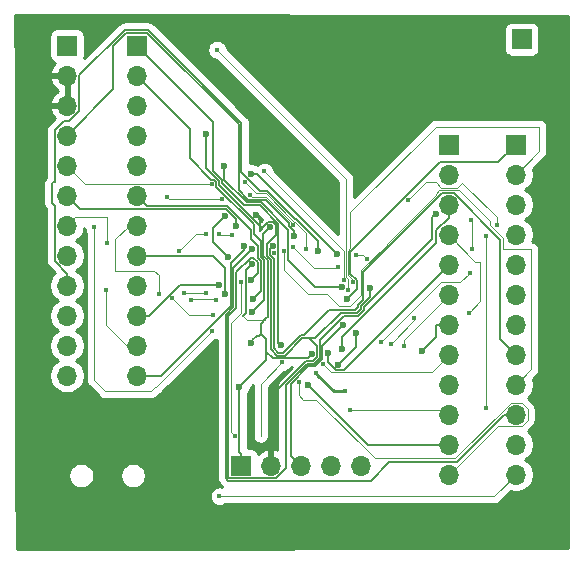
<source format=gbl>
G04 #@! TF.GenerationSoftware,KiCad,Pcbnew,5.1.7-a382d34a8~88~ubuntu18.04.1*
G04 #@! TF.CreationDate,2022-03-10T15:26:47+05:30*
G04 #@! TF.ProjectId,nrf52840_Dev_v1,6e726635-3238-4343-905f-4465765f7631,rev?*
G04 #@! TF.SameCoordinates,Original*
G04 #@! TF.FileFunction,Copper,L2,Bot*
G04 #@! TF.FilePolarity,Positive*
%FSLAX46Y46*%
G04 Gerber Fmt 4.6, Leading zero omitted, Abs format (unit mm)*
G04 Created by KiCad (PCBNEW 5.1.7-a382d34a8~88~ubuntu18.04.1) date 2022-03-10 15:26:47*
%MOMM*%
%LPD*%
G01*
G04 APERTURE LIST*
G04 #@! TA.AperFunction,ComponentPad*
%ADD10R,1.700000X1.700000*%
G04 #@! TD*
G04 #@! TA.AperFunction,ComponentPad*
%ADD11O,1.700000X1.700000*%
G04 #@! TD*
G04 #@! TA.AperFunction,ViaPad*
%ADD12C,0.600000*%
G04 #@! TD*
G04 #@! TA.AperFunction,ViaPad*
%ADD13C,0.400000*%
G04 #@! TD*
G04 #@! TA.AperFunction,Conductor*
%ADD14C,0.150000*%
G04 #@! TD*
G04 #@! TA.AperFunction,Conductor*
%ADD15C,0.080000*%
G04 #@! TD*
G04 #@! TA.AperFunction,Conductor*
%ADD16C,0.250000*%
G04 #@! TD*
G04 #@! TA.AperFunction,Conductor*
%ADD17C,0.254000*%
G04 #@! TD*
G04 #@! TA.AperFunction,Conductor*
%ADD18C,0.100000*%
G04 #@! TD*
G04 APERTURE END LIST*
D10*
X124900000Y-51100000D03*
D11*
X111272000Y-87215600D03*
X108732000Y-87215600D03*
X106192000Y-87215600D03*
X103652000Y-87215600D03*
D10*
X101112000Y-87215600D03*
D11*
X118700000Y-88040000D03*
X118700000Y-85500000D03*
X118700000Y-82960000D03*
X118700000Y-80420000D03*
X118700000Y-77880000D03*
X118700000Y-75340000D03*
X118700000Y-72800000D03*
X118700000Y-70260000D03*
X118700000Y-67720000D03*
X118700000Y-65180000D03*
X118700000Y-62640000D03*
D10*
X118700000Y-60100000D03*
X92300000Y-51650000D03*
D11*
X92300000Y-54190000D03*
X92300000Y-56730000D03*
X92300000Y-59270000D03*
X92300000Y-61810000D03*
X92300000Y-64350000D03*
X92300000Y-66890000D03*
X92300000Y-69430000D03*
X92300000Y-71970000D03*
X92300000Y-74510000D03*
X92300000Y-77050000D03*
X92300000Y-79590000D03*
D10*
X124425000Y-60025000D03*
D11*
X124425000Y-62565000D03*
X124425000Y-65105000D03*
X124425000Y-67645000D03*
X124425000Y-70185000D03*
X124425000Y-72725000D03*
X124425000Y-75265000D03*
X124425000Y-77805000D03*
X124425000Y-80345000D03*
X124425000Y-82885000D03*
X124425000Y-85425000D03*
X124425000Y-87965000D03*
X86400000Y-79590000D03*
X86400000Y-77050000D03*
X86400000Y-74510000D03*
X86400000Y-71970000D03*
X86400000Y-69430000D03*
X86400000Y-66890000D03*
X86400000Y-64350000D03*
X86400000Y-61810000D03*
X86400000Y-59270000D03*
X86400000Y-56730000D03*
X86400000Y-54190000D03*
D10*
X86400000Y-51650000D03*
D12*
X109746800Y-75327500D03*
X101001600Y-80543600D03*
X110851800Y-75944990D03*
X109378095Y-78650021D03*
X103600000Y-67044990D03*
X102047074Y-70121689D03*
X102000000Y-76800000D03*
X107099998Y-77800000D03*
X98206600Y-59097900D03*
X102400000Y-66000000D03*
X112055010Y-72152491D03*
X100038100Y-69543100D03*
X99813100Y-66103100D03*
D13*
X109900000Y-80900000D03*
X107500000Y-79400004D03*
D12*
X101400000Y-68600000D03*
D13*
X100400000Y-67700000D03*
X99300000Y-67600000D03*
X98200000Y-67600000D03*
X95900000Y-69000000D03*
X89700000Y-72300000D03*
D12*
X99259969Y-71903410D03*
D13*
X96300000Y-72600000D03*
X98200000Y-72600000D03*
D12*
X99806538Y-72705282D03*
D13*
X94200000Y-72698673D03*
X96900000Y-73220010D03*
X99000000Y-73200000D03*
D12*
X102155010Y-73111776D03*
X99728300Y-61810000D03*
X109675549Y-72079997D03*
D13*
X103100000Y-62300000D03*
X109872173Y-71534331D03*
X98700000Y-75800000D03*
X88700000Y-67000000D03*
D12*
X102055010Y-74181798D03*
X104500000Y-77000014D03*
D13*
X104600000Y-78470022D03*
X106020405Y-80122014D03*
D12*
X106800000Y-80400000D03*
D13*
X110400000Y-82500000D03*
X108104601Y-78621432D03*
D12*
X116488200Y-77507800D03*
D13*
X114900000Y-77100000D03*
D12*
X108470034Y-77655045D03*
D13*
X113800000Y-76900000D03*
X115800000Y-74700000D03*
X120400000Y-74261400D03*
D12*
X109700000Y-77300000D03*
D13*
X113000000Y-76755000D03*
X120500000Y-70900000D03*
X120700000Y-68900000D03*
X120600000Y-66400000D03*
D12*
X117615300Y-65870900D03*
X102015299Y-71491721D03*
D13*
X101100000Y-71645000D03*
X100646600Y-84700000D03*
X99300000Y-89800000D03*
X109382366Y-70364300D03*
X110900000Y-69400000D03*
X111801023Y-69701023D03*
X122800000Y-66800000D03*
X121900000Y-67800000D03*
X121900000Y-82300000D03*
X105555010Y-68734641D03*
X115299990Y-64700000D03*
D12*
X102099956Y-68902005D03*
D13*
X103944990Y-69200000D03*
X104775011Y-69000000D03*
D12*
X103844990Y-68600000D03*
D13*
X110600000Y-71700000D03*
D12*
X110100000Y-73100000D03*
D13*
X99100000Y-52000000D03*
X110199582Y-72328600D03*
X95318673Y-73018673D03*
X98776530Y-74433024D03*
D12*
X107625066Y-69062802D03*
X109242400Y-69265800D03*
X102001292Y-62532408D03*
D13*
X99500000Y-64600000D03*
X94900000Y-64500000D03*
X89800000Y-68400000D03*
X101886986Y-64286985D03*
X105565741Y-66859415D03*
D12*
X100700000Y-66900000D03*
D13*
X101500000Y-63200000D03*
X98683019Y-63344990D03*
X106655044Y-68895931D03*
D12*
X105585021Y-67764618D03*
D14*
X108015023Y-78208949D02*
X107418917Y-78805055D01*
X109746800Y-75327500D02*
X108015023Y-77059277D01*
X107418917Y-78805055D02*
X106818917Y-78805055D01*
X105342001Y-86365601D02*
X106192000Y-87215600D01*
X108015023Y-77059277D02*
X108015023Y-78208949D01*
X106818917Y-78805055D02*
X105342001Y-80281969D01*
X105342001Y-80281969D02*
X105342001Y-86365601D01*
X103275000Y-77566900D02*
X103275000Y-76504300D01*
X101001600Y-80543600D02*
X103275000Y-78270200D01*
X103275000Y-78270200D02*
X103275000Y-77566900D01*
X101112000Y-87215600D02*
X101112000Y-86190300D01*
X101112000Y-86190300D02*
X101001600Y-86079900D01*
X101001600Y-86079900D02*
X101001600Y-80543600D01*
X110851800Y-77176316D02*
X109378095Y-78650021D01*
X110851800Y-75944990D02*
X110851800Y-77176316D01*
X103275000Y-74736500D02*
X103155750Y-74855750D01*
D15*
X101275045Y-74524955D02*
X101605840Y-74855750D01*
X101605840Y-74855750D02*
X103155750Y-74855750D01*
D14*
X101275045Y-74524955D02*
X101525042Y-74274958D01*
X101525042Y-74274958D02*
X101525042Y-70643721D01*
X101525042Y-70643721D02*
X102047074Y-70121689D01*
X102800000Y-75211500D02*
X103275000Y-74736500D01*
X103275000Y-76504300D02*
X102800000Y-76029300D01*
X102800000Y-76029300D02*
X102800000Y-75211500D01*
X102100000Y-76700000D02*
X102000000Y-76800000D01*
X102500000Y-76200000D02*
X102100000Y-76600000D01*
X102100000Y-76600000D02*
X102100000Y-76700000D01*
X102629300Y-76200000D02*
X102800000Y-76029300D01*
X102500000Y-76200000D02*
X102629300Y-76200000D01*
X106784976Y-78115022D02*
X107099998Y-77800000D01*
X103823122Y-78115022D02*
X106784976Y-78115022D01*
X103275000Y-77566900D02*
X103823122Y-78115022D01*
X103275000Y-74736500D02*
X103400000Y-74611500D01*
X103400000Y-74611500D02*
X103400000Y-69830980D01*
X103014988Y-67630002D02*
X103600000Y-67044990D01*
X103014988Y-69445968D02*
X103014988Y-67630002D01*
X103400000Y-69830980D02*
X103014988Y-69445968D01*
X86400000Y-54190000D02*
X86400000Y-56730000D01*
X99268031Y-63079316D02*
X99268031Y-63442747D01*
X99268031Y-63442747D02*
X102902100Y-67076816D01*
X98206600Y-62017885D02*
X99268031Y-63079316D01*
X102902100Y-67076816D02*
X102902100Y-67163300D01*
X98206600Y-59097900D02*
X98206600Y-62017885D01*
X102902100Y-67163300D02*
X102742800Y-67322600D01*
X102742800Y-66342800D02*
X102400000Y-66000000D01*
X102742800Y-67322600D02*
X102742800Y-66342800D01*
X107555003Y-77105403D02*
X106862000Y-76412400D01*
X106628369Y-78345033D02*
X107228371Y-78345033D01*
X103652000Y-87215600D02*
X103652000Y-81321402D01*
X103652000Y-81321402D02*
X106628369Y-78345033D01*
X107228371Y-78345033D02*
X107555003Y-78018402D01*
X107555003Y-78018402D02*
X107555003Y-77105403D01*
X103359978Y-68411608D02*
X103359978Y-69465674D01*
X106328591Y-76398007D02*
X106847607Y-76398007D01*
X106847607Y-76398007D02*
X106862000Y-76412400D01*
X103381598Y-66589988D02*
X103818402Y-66589988D01*
X102902100Y-67163300D02*
X102902100Y-67069486D01*
X104055002Y-67716584D02*
X103359978Y-68411608D01*
X103359978Y-69465674D02*
X103669989Y-69775685D01*
X103669989Y-69775685D02*
X103669989Y-77368675D01*
X103669989Y-77368675D02*
X104186325Y-77885011D01*
X104841587Y-77885011D02*
X106328591Y-76398007D01*
X103818402Y-66589988D02*
X104055002Y-66826588D01*
X104055002Y-66826588D02*
X104055002Y-67716584D01*
X104186325Y-77885011D02*
X104841587Y-77885011D01*
X102902100Y-67069486D02*
X103381598Y-66589988D01*
X109563688Y-74285012D02*
X110913674Y-74285012D01*
X110913674Y-74285012D02*
X111285012Y-73913674D01*
X107436300Y-76412400D02*
X109563688Y-74285012D01*
X112055010Y-72938638D02*
X112055010Y-72152491D01*
X111285012Y-73913674D02*
X111285012Y-73708636D01*
X111285012Y-73708636D02*
X112055010Y-72938638D01*
X106862000Y-76412400D02*
X107436300Y-76412400D01*
X98800000Y-67116200D02*
X99813100Y-66103100D01*
X100038100Y-69543100D02*
X98800000Y-68305000D01*
X98800000Y-68305000D02*
X98800000Y-67116200D01*
D16*
X109900000Y-80900000D02*
X108999996Y-80900000D01*
X108999996Y-80900000D02*
X107600000Y-79500004D01*
D14*
X100261539Y-70062725D02*
X101400000Y-68924264D01*
X94359588Y-79590000D02*
X100261539Y-73688049D01*
X101400000Y-68924264D02*
X101400000Y-68600000D01*
X100261539Y-73688049D02*
X100261539Y-70062725D01*
X92300000Y-79590000D02*
X94359588Y-79590000D01*
D15*
X100400000Y-67700000D02*
X99400000Y-67700000D01*
X99400000Y-67700000D02*
X99300000Y-67600000D01*
X98200000Y-67600000D02*
X97300000Y-67600000D01*
X97300000Y-67600000D02*
X95900000Y-69000000D01*
X89700000Y-72300000D02*
X89700000Y-75300000D01*
X91450000Y-77050000D02*
X92300000Y-77050000D01*
X89700000Y-75300000D02*
X91450000Y-77050000D01*
D14*
X93325300Y-74510000D02*
X95931890Y-71903410D01*
X95931890Y-71903410D02*
X99259969Y-71903410D01*
X92300000Y-74510000D02*
X93325300Y-74510000D01*
D15*
X97700000Y-72600000D02*
X98200000Y-72600000D01*
X96300000Y-72600000D02*
X97700000Y-72600000D01*
D14*
X99806538Y-70506538D02*
X99806538Y-72705282D01*
X92300000Y-69430000D02*
X98730000Y-69430000D01*
X98730000Y-69430000D02*
X99806538Y-70506538D01*
D15*
X97200000Y-73100000D02*
X97100000Y-73100000D01*
X94200000Y-72698673D02*
X94200000Y-71100000D01*
X94200000Y-71100000D02*
X93800000Y-70700000D01*
X93800000Y-70700000D02*
X90500000Y-70700000D01*
X90500000Y-70700000D02*
X90500000Y-68000000D01*
X91610000Y-66890000D02*
X92300000Y-66890000D01*
X90500000Y-68000000D02*
X91610000Y-66890000D01*
X97020010Y-73100000D02*
X96900000Y-73220010D01*
X97200000Y-73100000D02*
X97020010Y-73100000D01*
X98900000Y-73100000D02*
X99000000Y-73200000D01*
X97200000Y-73100000D02*
X98900000Y-73100000D01*
D14*
X102823600Y-72443186D02*
X102155010Y-73111776D01*
X102823600Y-69917082D02*
X102823600Y-72443186D01*
X102554966Y-68585702D02*
X102554966Y-69648448D01*
X93149999Y-65199999D02*
X99944299Y-65199999D01*
X102554966Y-69648448D02*
X102823600Y-69917082D01*
X99944299Y-65199999D02*
X101975240Y-67230940D01*
X101975240Y-68005976D02*
X102554966Y-68585702D01*
X101975240Y-67230940D02*
X101975240Y-68005976D01*
X92300000Y-64350000D02*
X93149999Y-65199999D01*
X105130011Y-69830011D02*
X107379997Y-72079997D01*
X105130011Y-67251029D02*
X105130011Y-69830011D01*
X101647476Y-64914988D02*
X102793971Y-64914989D01*
X99728300Y-61810000D02*
X99728300Y-62995812D01*
X107379997Y-72079997D02*
X109675549Y-72079997D01*
X102793971Y-64914989D02*
X105130011Y-67251029D01*
X99728300Y-62995812D02*
X101647476Y-64914988D01*
D15*
X103100000Y-62300000D02*
X109872173Y-69072173D01*
X109872173Y-69072173D02*
X109872173Y-71534331D01*
X93939999Y-80560001D02*
X93839999Y-80560001D01*
X98700000Y-75800000D02*
X93939999Y-80560001D01*
X93839999Y-80560001D02*
X93500000Y-80900000D01*
X93500000Y-80900000D02*
X91100000Y-80900000D01*
X91100000Y-80900000D02*
X89600000Y-80900000D01*
X89600000Y-80900000D02*
X88700000Y-80000000D01*
X88700000Y-80000000D02*
X88700000Y-67000000D01*
D14*
X103073900Y-73162908D02*
X102055010Y-74181798D01*
X96819600Y-58709600D02*
X96819600Y-61194196D01*
X102205251Y-67613808D02*
X102784977Y-68193534D01*
X92300000Y-54190000D02*
X96819600Y-58709600D01*
X102784977Y-68193534D02*
X102784977Y-69541241D01*
X98615393Y-62989989D02*
X98853420Y-62989989D01*
X99038020Y-63174589D02*
X99038020Y-63611422D01*
X103073900Y-69830164D02*
X103073900Y-73162908D01*
X98853420Y-62989989D02*
X99038020Y-63174589D01*
X102784977Y-69541241D02*
X103073900Y-69830164D01*
X96819600Y-61194196D02*
X98615393Y-62989989D01*
X99038020Y-63611422D02*
X102205251Y-66778653D01*
X102205251Y-66778653D02*
X102205251Y-67613808D01*
X104300000Y-76800014D02*
X104500000Y-77000014D01*
X101378612Y-65144999D02*
X102698697Y-65144999D01*
X98777100Y-62263101D02*
X99498042Y-62984043D01*
X98777100Y-58127100D02*
X98777100Y-62263101D01*
X99498042Y-62984043D02*
X99498042Y-63264429D01*
X92300000Y-51650000D02*
X98777100Y-58127100D01*
X104300000Y-66746302D02*
X104300000Y-76800014D01*
X102698697Y-65144999D02*
X104300000Y-66746302D01*
X99498042Y-63264429D02*
X101378612Y-65144999D01*
D15*
X104600000Y-78470022D02*
X102800000Y-80270022D01*
X102800000Y-80270022D02*
X102800000Y-84700000D01*
X118700000Y-88040000D02*
X122884999Y-83855001D01*
X125395001Y-82419399D02*
X124890601Y-81914999D01*
X106020405Y-81242009D02*
X106020405Y-80122014D01*
X124890601Y-83855001D02*
X125395001Y-83350601D01*
X119274398Y-86600000D02*
X112498391Y-86600000D01*
X124890601Y-81914999D02*
X123959399Y-81914999D01*
X106398398Y-81620002D02*
X106020405Y-81242009D01*
X125395001Y-83350601D02*
X125395001Y-82419399D01*
X123959399Y-81914999D02*
X119274398Y-86600000D01*
X112498391Y-86600000D02*
X107518393Y-81620002D01*
X107518393Y-81620002D02*
X106398398Y-81620002D01*
X122884999Y-83855001D02*
X124890601Y-83855001D01*
D14*
X111900000Y-85500000D02*
X106800000Y-80400000D01*
X118700000Y-85500000D02*
X111900000Y-85500000D01*
D15*
X118240000Y-82500000D02*
X118700000Y-82960000D01*
X110400000Y-82500000D02*
X118240000Y-82500000D01*
X108783202Y-79300033D02*
X108104601Y-78621432D01*
X117279967Y-79300033D02*
X108783202Y-79300033D01*
X118700000Y-77880000D02*
X117279967Y-79300033D01*
D14*
X117674700Y-75340000D02*
X117674700Y-76321300D01*
X117674700Y-76321300D02*
X116488200Y-77507800D01*
X118700000Y-75340000D02*
X117674700Y-75340000D01*
D15*
X114900000Y-76600000D02*
X118700000Y-72800000D01*
X114900000Y-77100000D02*
X114900000Y-76600000D01*
D14*
X118700000Y-70260000D02*
X109854978Y-79105022D01*
X108470034Y-78394298D02*
X108470034Y-77655045D01*
X109180758Y-79105022D02*
X108470034Y-78394298D01*
X109854978Y-79105022D02*
X109180758Y-79105022D01*
D15*
X113800000Y-76900000D02*
X115800000Y-74900000D01*
X115800000Y-74900000D02*
X115800000Y-74700000D01*
X121400000Y-70000000D02*
X120980000Y-70000000D01*
X120980000Y-70000000D02*
X118700000Y-67720000D01*
X120400000Y-74261400D02*
X121400000Y-73261400D01*
X121400000Y-73261400D02*
X121400000Y-70000000D01*
D14*
X118700000Y-65180000D02*
X118700000Y-66267300D01*
X118700000Y-66267300D02*
X117674600Y-67292700D01*
X109700000Y-76354000D02*
X109700000Y-77300000D01*
X117674600Y-68379400D02*
X109700000Y-76354000D01*
X117674600Y-67292700D02*
X117674600Y-68379400D01*
D15*
X113000000Y-76755000D02*
X118055000Y-71700000D01*
X118055000Y-71700000D02*
X119700000Y-71700000D01*
X119700000Y-71700000D02*
X120500000Y-70900000D01*
X120700000Y-68900000D02*
X120700000Y-66500000D01*
X120700000Y-66500000D02*
X120600000Y-66400000D01*
D14*
X102573300Y-69992066D02*
X102573300Y-70933720D01*
X102170282Y-69589048D02*
X102573300Y-69992066D01*
X106723644Y-78575044D02*
X104922000Y-80376686D01*
X117315301Y-68003631D02*
X111515023Y-73803909D01*
X104922000Y-80376686D02*
X104922000Y-87395800D01*
X111008947Y-74515023D02*
X109876277Y-74515023D01*
X100070900Y-88181500D02*
X100070900Y-74529256D01*
X107785013Y-78113675D02*
X107323644Y-78575044D01*
X111515023Y-73803909D02*
X111515023Y-74008947D01*
X107323644Y-78575044D02*
X106723644Y-78575044D01*
X104076800Y-88241000D02*
X100130400Y-88241000D01*
X100721560Y-70803724D02*
X101936236Y-69589048D01*
X100070900Y-74529256D02*
X100721560Y-73878596D01*
X102573300Y-70933720D02*
X102015299Y-71491721D01*
X111515023Y-74008947D02*
X111008947Y-74515023D01*
X109876277Y-74515023D02*
X107785013Y-76606287D01*
X100721560Y-73878596D02*
X100721560Y-70803724D01*
X101936236Y-69589048D02*
X102170282Y-69589048D01*
X100130400Y-88241000D02*
X100070900Y-88181500D01*
X117615300Y-65870900D02*
X117315301Y-66170899D01*
X104922000Y-87395800D02*
X104076800Y-88241000D01*
X107785013Y-76606287D02*
X107785013Y-78113675D01*
X117315301Y-66170899D02*
X117315301Y-68003631D01*
D15*
X101100000Y-71645000D02*
X101100000Y-74300000D01*
X101100000Y-74300000D02*
X100300000Y-75100000D01*
X100300000Y-75100000D02*
X100300000Y-77100000D01*
X100300000Y-77100000D02*
X100300000Y-84353400D01*
X100300000Y-84353400D02*
X100646600Y-84700000D01*
X122590000Y-89800000D02*
X124425000Y-87965000D01*
X99300000Y-89800000D02*
X122590000Y-89800000D01*
X110900000Y-69400000D02*
X111500000Y-69400000D01*
X111500000Y-69400000D02*
X111801023Y-69701023D01*
X121900000Y-67800000D02*
X121900000Y-82300000D01*
X107320369Y-70500000D02*
X105755009Y-68934640D01*
X109300000Y-70500000D02*
X107320369Y-70500000D01*
X105755009Y-68934640D02*
X105555010Y-68734641D01*
X116799990Y-63200000D02*
X115299990Y-64700000D01*
X122800000Y-66200000D02*
X119850000Y-63250000D01*
X119850000Y-63250000D02*
X119400000Y-63700000D01*
X119400000Y-63700000D02*
X118100000Y-63700000D01*
X122800000Y-66800000D02*
X122800000Y-66200000D01*
X118100000Y-63700000D02*
X117600000Y-63200000D01*
X117600000Y-63200000D02*
X116799990Y-63200000D01*
D14*
X119384700Y-86900000D02*
X113700000Y-86900000D01*
X100024900Y-88497100D02*
X99818100Y-88290300D01*
X112102900Y-88497100D02*
X100024900Y-88497100D01*
X99818100Y-88290300D02*
X99818100Y-74456772D01*
X99818100Y-74456772D02*
X100491549Y-73783323D01*
X113700000Y-86900000D02*
X112102900Y-88497100D01*
X100491549Y-70510412D02*
X102099956Y-68902005D01*
X124425000Y-82885000D02*
X123399700Y-82885000D01*
X123399700Y-82885000D02*
X119384700Y-86900000D01*
X100491549Y-73783323D02*
X100491549Y-70510412D01*
D15*
X104775011Y-69000000D02*
X104775011Y-70675011D01*
X104775011Y-70675011D02*
X106800000Y-72700000D01*
X107000000Y-72700000D02*
X107100000Y-72700000D01*
X106800000Y-72700000D02*
X107000000Y-72700000D01*
X125700000Y-79070000D02*
X124425000Y-80345000D01*
X125700000Y-68900000D02*
X125700000Y-79070000D01*
X111300000Y-70675648D02*
X113475648Y-68500000D01*
X108400000Y-72700000D02*
X109400000Y-73700000D01*
X110400000Y-73700000D02*
X111300000Y-72800000D01*
X107000000Y-72700000D02*
X108400000Y-72700000D01*
X113475648Y-68500000D02*
X113475648Y-68424352D01*
X117600000Y-64300000D02*
X117600000Y-64200000D01*
X113475648Y-68424352D02*
X117600000Y-64300000D01*
X117900000Y-63900000D02*
X119600000Y-63900000D01*
X123300000Y-67900000D02*
X123300000Y-68900000D01*
X119600000Y-63900000D02*
X122200000Y-66500000D01*
X122200000Y-66500000D02*
X122200000Y-66800000D01*
X109400000Y-73700000D02*
X110400000Y-73700000D01*
X111300000Y-72800000D02*
X111300000Y-70675648D01*
X122200000Y-66800000D02*
X123300000Y-67900000D01*
X117600000Y-64200000D02*
X117900000Y-63900000D01*
X123300000Y-68900000D02*
X125700000Y-68900000D01*
D14*
X103589989Y-68855001D02*
X103844990Y-68600000D01*
X103589989Y-69370401D02*
X103589989Y-68855001D01*
X103900000Y-69680412D02*
X103589989Y-69370401D01*
X123100000Y-76480000D02*
X123100000Y-68100300D01*
X118184200Y-64151600D02*
X111500000Y-70835800D01*
X104281598Y-77655000D02*
X103900000Y-77273402D01*
X123100000Y-68100300D02*
X119151300Y-64151600D01*
X124425000Y-77805000D02*
X123100000Y-76480000D01*
X119151300Y-64151600D02*
X118184200Y-64151600D01*
X103900000Y-77273402D02*
X103900000Y-69680412D01*
X111500000Y-70835800D02*
X111500000Y-73168364D01*
X106181436Y-76167996D02*
X104694432Y-77655000D01*
X111500000Y-73168364D02*
X111055001Y-73613363D01*
X104694432Y-77655000D02*
X104281598Y-77655000D01*
X111055001Y-73613363D02*
X111055001Y-73818401D01*
X111055001Y-73818401D02*
X110818401Y-74055001D01*
X110818401Y-74055001D02*
X108544999Y-74055001D01*
X106432004Y-76167996D02*
X106181436Y-76167996D01*
X108544999Y-74055001D02*
X106432004Y-76167996D01*
D15*
X126400000Y-60590000D02*
X126400000Y-58500000D01*
X126400000Y-58500000D02*
X117600000Y-58500000D01*
X110400000Y-65700000D02*
X110400000Y-68824213D01*
X110600000Y-71450385D02*
X110600000Y-71700000D01*
X110193416Y-71043801D02*
X110600000Y-71450385D01*
X110193416Y-69030797D02*
X110193416Y-71043801D01*
X110400000Y-68824213D02*
X110193416Y-69030797D01*
X117600000Y-58500000D02*
X110400000Y-65700000D01*
X124425000Y-62565000D02*
X126400000Y-60590000D01*
D14*
X110955001Y-72244999D02*
X110100000Y-73100000D01*
X110388427Y-69111573D02*
X110388427Y-70963025D01*
X124425000Y-60025000D02*
X122918300Y-61531700D01*
X110388427Y-70963025D02*
X110955001Y-71529599D01*
X110955001Y-71529599D02*
X110955001Y-72244999D01*
X114944988Y-64555012D02*
X110388427Y-69111573D01*
X122918300Y-61531700D02*
X117942886Y-61531700D01*
X114944988Y-64529598D02*
X114944988Y-64555012D01*
X117942886Y-61531700D02*
X114944988Y-64529598D01*
D15*
X110033405Y-62933405D02*
X110033405Y-71221959D01*
X99100000Y-52000000D02*
X110033405Y-62933405D01*
X110033405Y-71221959D02*
X110199582Y-71388136D01*
X110199582Y-71388136D02*
X110199582Y-72328600D01*
X96733024Y-74433024D02*
X98776530Y-74433024D01*
X95318673Y-73018673D02*
X96733024Y-74433024D01*
D14*
X85347300Y-69892000D02*
X85347300Y-65201600D01*
X85347300Y-65201600D02*
X85097000Y-64951300D01*
X102760350Y-63934948D02*
X103320882Y-63934948D01*
X86400000Y-70944700D02*
X85347300Y-69892000D01*
X85097000Y-64951300D02*
X85097000Y-63362200D01*
X85347300Y-58781100D02*
X86134000Y-57994400D01*
X85347300Y-63215600D02*
X85347300Y-58781100D01*
X107625066Y-68173663D02*
X107625066Y-69062802D01*
X103320882Y-63934948D02*
X105732493Y-66346559D01*
X86577000Y-58067600D02*
X86577100Y-58067600D01*
X101171400Y-62345998D02*
X102760350Y-63934948D01*
X105732493Y-66346559D02*
X105797962Y-66346559D01*
X86134000Y-57994400D02*
X86503800Y-57994400D01*
X105797962Y-66346559D02*
X107625066Y-68173663D01*
X85097000Y-63362200D02*
X85243600Y-63215600D01*
X91271100Y-50306900D02*
X93284600Y-50306900D01*
X86503800Y-57994400D02*
X86577000Y-58067600D01*
X86400000Y-71970000D02*
X86400000Y-70944700D01*
X87425300Y-54152700D02*
X91271100Y-50306900D01*
X87425300Y-57219400D02*
X87425300Y-54152700D01*
X101171400Y-58193700D02*
X101171400Y-62345998D01*
X93284600Y-50306900D02*
X101171400Y-58193700D01*
X85243600Y-63215600D02*
X85347300Y-63215600D01*
X86577100Y-58067600D02*
X87425300Y-57219400D01*
X109242400Y-69265800D02*
X102509008Y-62532408D01*
X102509008Y-62532408D02*
X102001292Y-62532408D01*
D15*
X99500000Y-64600000D02*
X95000000Y-64600000D01*
X95000000Y-64600000D02*
X94900000Y-64500000D01*
X89800000Y-68400000D02*
X89800000Y-66200000D01*
X87090000Y-66200000D02*
X86400000Y-66890000D01*
X89800000Y-66200000D02*
X87090000Y-66200000D01*
X101886986Y-64286985D02*
X102086985Y-64486984D01*
X102086985Y-64486984D02*
X103286739Y-64486984D01*
X105565741Y-66765986D02*
X105565741Y-66859415D01*
X103286739Y-64486984D02*
X105565741Y-66765986D01*
D14*
X100700000Y-66309700D02*
X100700000Y-66900000D01*
X86400000Y-64350000D02*
X87490000Y-65440000D01*
X99830300Y-65440000D02*
X100700000Y-66309700D01*
X87490000Y-65440000D02*
X99830300Y-65440000D01*
D15*
X86400000Y-61810000D02*
X87934990Y-63344990D01*
X87934990Y-63344990D02*
X98683019Y-63344990D01*
X103240106Y-64129959D02*
X105651717Y-66541570D01*
X105717186Y-66541570D02*
X106655044Y-67479428D01*
X106655044Y-67479428D02*
X106655044Y-68895931D01*
X105651717Y-66541570D02*
X105717186Y-66541570D01*
X102429958Y-64129958D02*
X103240106Y-64129959D01*
X101500000Y-63200000D02*
X102429958Y-64129958D01*
D14*
X86400000Y-59270000D02*
X90314600Y-55355400D01*
X90314600Y-55355400D02*
X90314600Y-51667800D01*
X90314600Y-51667800D02*
X91405100Y-50577300D01*
X100921100Y-58320400D02*
X100921100Y-63845364D01*
X101760713Y-64684977D02*
X103208948Y-64684978D01*
X103208948Y-64684978D02*
X105160022Y-66636052D01*
X105160022Y-66955756D02*
X105585021Y-67380755D01*
X105585021Y-67380755D02*
X105585021Y-67764618D01*
X93178000Y-50577300D02*
X100921100Y-58320400D01*
X91405100Y-50577300D02*
X93178000Y-50577300D01*
X105160022Y-66636052D02*
X105160022Y-66955756D01*
X100921100Y-63845364D02*
X101760713Y-64684977D01*
D17*
X128773000Y-49126730D02*
X128773000Y-94173270D01*
X82126721Y-94272729D01*
X82112810Y-87943137D01*
X86515000Y-87943137D01*
X86515000Y-88156863D01*
X86556696Y-88366483D01*
X86638485Y-88563940D01*
X86757225Y-88741647D01*
X86908353Y-88892775D01*
X87086060Y-89011515D01*
X87283517Y-89093304D01*
X87493137Y-89135000D01*
X87706863Y-89135000D01*
X87916483Y-89093304D01*
X88113940Y-89011515D01*
X88291647Y-88892775D01*
X88442775Y-88741647D01*
X88561515Y-88563940D01*
X88643304Y-88366483D01*
X88685000Y-88156863D01*
X88685000Y-87943137D01*
X90915000Y-87943137D01*
X90915000Y-88156863D01*
X90956696Y-88366483D01*
X91038485Y-88563940D01*
X91157225Y-88741647D01*
X91308353Y-88892775D01*
X91486060Y-89011515D01*
X91683517Y-89093304D01*
X91893137Y-89135000D01*
X92106863Y-89135000D01*
X92316483Y-89093304D01*
X92513940Y-89011515D01*
X92691647Y-88892775D01*
X92842775Y-88741647D01*
X92961515Y-88563940D01*
X93043304Y-88366483D01*
X93085000Y-88156863D01*
X93085000Y-87943137D01*
X93043304Y-87733517D01*
X92961515Y-87536060D01*
X92842775Y-87358353D01*
X92691647Y-87207225D01*
X92513940Y-87088485D01*
X92316483Y-87006696D01*
X92106863Y-86965000D01*
X91893137Y-86965000D01*
X91683517Y-87006696D01*
X91486060Y-87088485D01*
X91308353Y-87207225D01*
X91157225Y-87358353D01*
X91038485Y-87536060D01*
X90956696Y-87733517D01*
X90915000Y-87943137D01*
X88685000Y-87943137D01*
X88643304Y-87733517D01*
X88561515Y-87536060D01*
X88442775Y-87358353D01*
X88291647Y-87207225D01*
X88113940Y-87088485D01*
X87916483Y-87006696D01*
X87706863Y-86965000D01*
X87493137Y-86965000D01*
X87283517Y-87006696D01*
X87086060Y-87088485D01*
X86908353Y-87207225D01*
X86757225Y-87358353D01*
X86638485Y-87536060D01*
X86556696Y-87733517D01*
X86515000Y-87943137D01*
X82112810Y-87943137D01*
X82058786Y-63362200D01*
X84383565Y-63362200D01*
X84387001Y-63397084D01*
X84387000Y-64916425D01*
X84383565Y-64951300D01*
X84387000Y-64986175D01*
X84387000Y-64986176D01*
X84397273Y-65090483D01*
X84437872Y-65224319D01*
X84503800Y-65347662D01*
X84592525Y-65455774D01*
X84619618Y-65478009D01*
X84637301Y-65495692D01*
X84637300Y-69857125D01*
X84633865Y-69892000D01*
X84637300Y-69926875D01*
X84637300Y-69926876D01*
X84647573Y-70031183D01*
X84688172Y-70165019D01*
X84754100Y-70288362D01*
X84842825Y-70396474D01*
X84869917Y-70418708D01*
X85360551Y-70909342D01*
X85246525Y-71023368D01*
X85084010Y-71266589D01*
X84972068Y-71536842D01*
X84915000Y-71823740D01*
X84915000Y-72116260D01*
X84972068Y-72403158D01*
X85084010Y-72673411D01*
X85246525Y-72916632D01*
X85453368Y-73123475D01*
X85627760Y-73240000D01*
X85453368Y-73356525D01*
X85246525Y-73563368D01*
X85084010Y-73806589D01*
X84972068Y-74076842D01*
X84915000Y-74363740D01*
X84915000Y-74656260D01*
X84972068Y-74943158D01*
X85084010Y-75213411D01*
X85246525Y-75456632D01*
X85453368Y-75663475D01*
X85627760Y-75780000D01*
X85453368Y-75896525D01*
X85246525Y-76103368D01*
X85084010Y-76346589D01*
X84972068Y-76616842D01*
X84915000Y-76903740D01*
X84915000Y-77196260D01*
X84972068Y-77483158D01*
X85084010Y-77753411D01*
X85246525Y-77996632D01*
X85453368Y-78203475D01*
X85627760Y-78320000D01*
X85453368Y-78436525D01*
X85246525Y-78643368D01*
X85084010Y-78886589D01*
X84972068Y-79156842D01*
X84915000Y-79443740D01*
X84915000Y-79736260D01*
X84972068Y-80023158D01*
X85084010Y-80293411D01*
X85246525Y-80536632D01*
X85453368Y-80743475D01*
X85696589Y-80905990D01*
X85966842Y-81017932D01*
X86253740Y-81075000D01*
X86546260Y-81075000D01*
X86833158Y-81017932D01*
X87103411Y-80905990D01*
X87346632Y-80743475D01*
X87553475Y-80536632D01*
X87715990Y-80293411D01*
X87827932Y-80023158D01*
X87885000Y-79736260D01*
X87885000Y-79443740D01*
X87827932Y-79156842D01*
X87715990Y-78886589D01*
X87553475Y-78643368D01*
X87346632Y-78436525D01*
X87172240Y-78320000D01*
X87346632Y-78203475D01*
X87553475Y-77996632D01*
X87715990Y-77753411D01*
X87827932Y-77483158D01*
X87885000Y-77196260D01*
X87885000Y-76903740D01*
X87827932Y-76616842D01*
X87715990Y-76346589D01*
X87553475Y-76103368D01*
X87346632Y-75896525D01*
X87172240Y-75780000D01*
X87346632Y-75663475D01*
X87553475Y-75456632D01*
X87715990Y-75213411D01*
X87827932Y-74943158D01*
X87885000Y-74656260D01*
X87885000Y-74363740D01*
X87827932Y-74076842D01*
X87715990Y-73806589D01*
X87553475Y-73563368D01*
X87346632Y-73356525D01*
X87172240Y-73240000D01*
X87346632Y-73123475D01*
X87553475Y-72916632D01*
X87715990Y-72673411D01*
X87827932Y-72403158D01*
X87885000Y-72116260D01*
X87885000Y-71823740D01*
X87827932Y-71536842D01*
X87715990Y-71266589D01*
X87553475Y-71023368D01*
X87346632Y-70816525D01*
X87172240Y-70700000D01*
X87346632Y-70583475D01*
X87553475Y-70376632D01*
X87715990Y-70133411D01*
X87827932Y-69863158D01*
X87885000Y-69576260D01*
X87885000Y-69283740D01*
X87827932Y-68996842D01*
X87715990Y-68726589D01*
X87553475Y-68483368D01*
X87346632Y-68276525D01*
X87172240Y-68160000D01*
X87346632Y-68043475D01*
X87553475Y-67836632D01*
X87715990Y-67593411D01*
X87827932Y-67323158D01*
X87870427Y-67109523D01*
X87897089Y-67243560D01*
X87960033Y-67395521D01*
X88025001Y-67492753D01*
X88025000Y-79966848D01*
X88021735Y-80000000D01*
X88025000Y-80033152D01*
X88025000Y-80033158D01*
X88030486Y-80088855D01*
X88034767Y-80132323D01*
X88037941Y-80142785D01*
X88073364Y-80259560D01*
X88131176Y-80367719D01*
X88136043Y-80376824D01*
X88199256Y-80453850D01*
X88199263Y-80453857D01*
X88220394Y-80479605D01*
X88246144Y-80500738D01*
X89099258Y-81353852D01*
X89120394Y-81379606D01*
X89223176Y-81463958D01*
X89340439Y-81526636D01*
X89429079Y-81553524D01*
X89467676Y-81565233D01*
X89481499Y-81566594D01*
X89566841Y-81575000D01*
X89566847Y-81575000D01*
X89599999Y-81578265D01*
X89633151Y-81575000D01*
X93466848Y-81575000D01*
X93500000Y-81578265D01*
X93533152Y-81575000D01*
X93533159Y-81575000D01*
X93632323Y-81565233D01*
X93759561Y-81526636D01*
X93876824Y-81463958D01*
X93979606Y-81379606D01*
X94000743Y-81353851D01*
X94154195Y-81200398D01*
X94199560Y-81186637D01*
X94316823Y-81123959D01*
X94376479Y-81075000D01*
X94393849Y-81060745D01*
X94393851Y-81060743D01*
X94419605Y-81039607D01*
X94440743Y-81013851D01*
X98828870Y-76625725D01*
X98943560Y-76602911D01*
X99095521Y-76539967D01*
X99108101Y-76531561D01*
X99108100Y-88255425D01*
X99104665Y-88290300D01*
X99108100Y-88325175D01*
X99108100Y-88325176D01*
X99118373Y-88429483D01*
X99158972Y-88563319D01*
X99224900Y-88686662D01*
X99313625Y-88794774D01*
X99340717Y-88817008D01*
X99498188Y-88974479D01*
X99511512Y-88990714D01*
X99382240Y-88965000D01*
X99217760Y-88965000D01*
X99056440Y-88997089D01*
X98904479Y-89060033D01*
X98767719Y-89151413D01*
X98651413Y-89267719D01*
X98560033Y-89404479D01*
X98497089Y-89556440D01*
X98465000Y-89717760D01*
X98465000Y-89882240D01*
X98497089Y-90043560D01*
X98560033Y-90195521D01*
X98651413Y-90332281D01*
X98767719Y-90448587D01*
X98904479Y-90539967D01*
X99056440Y-90602911D01*
X99217760Y-90635000D01*
X99382240Y-90635000D01*
X99543560Y-90602911D01*
X99695521Y-90539967D01*
X99792751Y-90475000D01*
X122556848Y-90475000D01*
X122590000Y-90478265D01*
X122623152Y-90475000D01*
X122623159Y-90475000D01*
X122722323Y-90465233D01*
X122849561Y-90426636D01*
X122966824Y-90363958D01*
X123069606Y-90279606D01*
X123090742Y-90253852D01*
X123963431Y-89381164D01*
X123991842Y-89392932D01*
X124278740Y-89450000D01*
X124571260Y-89450000D01*
X124858158Y-89392932D01*
X125128411Y-89280990D01*
X125371632Y-89118475D01*
X125578475Y-88911632D01*
X125740990Y-88668411D01*
X125852932Y-88398158D01*
X125910000Y-88111260D01*
X125910000Y-87818740D01*
X125852932Y-87531842D01*
X125740990Y-87261589D01*
X125578475Y-87018368D01*
X125371632Y-86811525D01*
X125197240Y-86695000D01*
X125371632Y-86578475D01*
X125578475Y-86371632D01*
X125740990Y-86128411D01*
X125852932Y-85858158D01*
X125910000Y-85571260D01*
X125910000Y-85278740D01*
X125852932Y-84991842D01*
X125740990Y-84721589D01*
X125578475Y-84478368D01*
X125400152Y-84300045D01*
X125848858Y-83851338D01*
X125874606Y-83830207D01*
X125895739Y-83804457D01*
X125895744Y-83804452D01*
X125958958Y-83727426D01*
X125958959Y-83727425D01*
X126021637Y-83610162D01*
X126060234Y-83482924D01*
X126070001Y-83383760D01*
X126070001Y-83383754D01*
X126073266Y-83350602D01*
X126070001Y-83317450D01*
X126070001Y-82452550D01*
X126073266Y-82419398D01*
X126070001Y-82386246D01*
X126070001Y-82386240D01*
X126060234Y-82287076D01*
X126021637Y-82159838D01*
X125958959Y-82042575D01*
X125874607Y-81939793D01*
X125848853Y-81918657D01*
X125400152Y-81469956D01*
X125578475Y-81291632D01*
X125740990Y-81048411D01*
X125852932Y-80778158D01*
X125910000Y-80491260D01*
X125910000Y-80198740D01*
X125852932Y-79911842D01*
X125841164Y-79883430D01*
X126153852Y-79570742D01*
X126179606Y-79549606D01*
X126263958Y-79446824D01*
X126326636Y-79329561D01*
X126362908Y-79209989D01*
X126365233Y-79202324D01*
X126367754Y-79176728D01*
X126375000Y-79103159D01*
X126375000Y-79103153D01*
X126378265Y-79070001D01*
X126375000Y-79036849D01*
X126375000Y-68933158D01*
X126378266Y-68900000D01*
X126365233Y-68767677D01*
X126326636Y-68640439D01*
X126263958Y-68523176D01*
X126179606Y-68420394D01*
X126076824Y-68336042D01*
X125959561Y-68273364D01*
X125832323Y-68234767D01*
X125789798Y-68230579D01*
X125852932Y-68078158D01*
X125910000Y-67791260D01*
X125910000Y-67498740D01*
X125852932Y-67211842D01*
X125740990Y-66941589D01*
X125578475Y-66698368D01*
X125371632Y-66491525D01*
X125197240Y-66375000D01*
X125371632Y-66258475D01*
X125578475Y-66051632D01*
X125740990Y-65808411D01*
X125852932Y-65538158D01*
X125910000Y-65251260D01*
X125910000Y-64958740D01*
X125852932Y-64671842D01*
X125740990Y-64401589D01*
X125578475Y-64158368D01*
X125371632Y-63951525D01*
X125197240Y-63835000D01*
X125371632Y-63718475D01*
X125578475Y-63511632D01*
X125740990Y-63268411D01*
X125852932Y-62998158D01*
X125910000Y-62711260D01*
X125910000Y-62418740D01*
X125852932Y-62131842D01*
X125841164Y-62103430D01*
X126853857Y-61090737D01*
X126879605Y-61069606D01*
X126900738Y-61043856D01*
X126900744Y-61043850D01*
X126963957Y-60966825D01*
X126963959Y-60966823D01*
X127013039Y-60875000D01*
X127026636Y-60849562D01*
X127065233Y-60722324D01*
X127068444Y-60689722D01*
X127075000Y-60623159D01*
X127075000Y-60623152D01*
X127078265Y-60590000D01*
X127075000Y-60556848D01*
X127075000Y-58533159D01*
X127078266Y-58500000D01*
X127065233Y-58367677D01*
X127026636Y-58240439D01*
X126963958Y-58123176D01*
X126879606Y-58020394D01*
X126776824Y-57936042D01*
X126659561Y-57873364D01*
X126532323Y-57834767D01*
X126433159Y-57825000D01*
X126400000Y-57821734D01*
X126366841Y-57825000D01*
X117633152Y-57825000D01*
X117600000Y-57821735D01*
X117566848Y-57825000D01*
X117566841Y-57825000D01*
X117480192Y-57833534D01*
X117467676Y-57834767D01*
X117400265Y-57855216D01*
X117340439Y-57873364D01*
X117223176Y-57936042D01*
X117223174Y-57936043D01*
X117223175Y-57936043D01*
X117149917Y-57996165D01*
X117120394Y-58020394D01*
X117099258Y-58046148D01*
X110708405Y-64437001D01*
X110708405Y-62966557D01*
X110711670Y-62933405D01*
X110708405Y-62900253D01*
X110708405Y-62900246D01*
X110698638Y-62801082D01*
X110686163Y-62759955D01*
X110660041Y-62673844D01*
X110639836Y-62636043D01*
X110597363Y-62556581D01*
X110563955Y-62515874D01*
X110534149Y-62479555D01*
X110534143Y-62479549D01*
X110513010Y-62453799D01*
X110487262Y-62432668D01*
X99925725Y-51871131D01*
X99902911Y-51756440D01*
X99839967Y-51604479D01*
X99748587Y-51467719D01*
X99632281Y-51351413D01*
X99495521Y-51260033D01*
X99343560Y-51197089D01*
X99182240Y-51165000D01*
X99017760Y-51165000D01*
X98856440Y-51197089D01*
X98704479Y-51260033D01*
X98567719Y-51351413D01*
X98451413Y-51467719D01*
X98360033Y-51604479D01*
X98297089Y-51756440D01*
X98265000Y-51917760D01*
X98265000Y-52082240D01*
X98297089Y-52243560D01*
X98360033Y-52395521D01*
X98451413Y-52532281D01*
X98567719Y-52648587D01*
X98704479Y-52739967D01*
X98856440Y-52802911D01*
X98971131Y-52825725D01*
X109358405Y-63212999D01*
X109358406Y-67603811D01*
X103925725Y-62171131D01*
X103902911Y-62056440D01*
X103839967Y-61904479D01*
X103748587Y-61767719D01*
X103632281Y-61651413D01*
X103495521Y-61560033D01*
X103343560Y-61497089D01*
X103182240Y-61465000D01*
X103017760Y-61465000D01*
X102856440Y-61497089D01*
X102704479Y-61560033D01*
X102567719Y-61651413D01*
X102486820Y-61732312D01*
X102444181Y-61703822D01*
X102274021Y-61633340D01*
X102093381Y-61597408D01*
X101909203Y-61597408D01*
X101881400Y-61602938D01*
X101881400Y-58228577D01*
X101884835Y-58193700D01*
X101871127Y-58054515D01*
X101830528Y-57920680D01*
X101829698Y-57919127D01*
X101764600Y-57797337D01*
X101675874Y-57689225D01*
X101648783Y-57666992D01*
X94231791Y-50250000D01*
X123411928Y-50250000D01*
X123411928Y-51950000D01*
X123424188Y-52074482D01*
X123460498Y-52194180D01*
X123519463Y-52304494D01*
X123598815Y-52401185D01*
X123695506Y-52480537D01*
X123805820Y-52539502D01*
X123925518Y-52575812D01*
X124050000Y-52588072D01*
X125750000Y-52588072D01*
X125874482Y-52575812D01*
X125994180Y-52539502D01*
X126104494Y-52480537D01*
X126201185Y-52401185D01*
X126280537Y-52304494D01*
X126339502Y-52194180D01*
X126375812Y-52074482D01*
X126388072Y-51950000D01*
X126388072Y-50250000D01*
X126375812Y-50125518D01*
X126339502Y-50005820D01*
X126280537Y-49895506D01*
X126201185Y-49798815D01*
X126104494Y-49719463D01*
X125994180Y-49660498D01*
X125874482Y-49624188D01*
X125750000Y-49611928D01*
X124050000Y-49611928D01*
X123925518Y-49624188D01*
X123805820Y-49660498D01*
X123695506Y-49719463D01*
X123598815Y-49798815D01*
X123519463Y-49895506D01*
X123460498Y-50005820D01*
X123424188Y-50125518D01*
X123411928Y-50250000D01*
X94231791Y-50250000D01*
X93811312Y-49829521D01*
X93789075Y-49802425D01*
X93680963Y-49713700D01*
X93557620Y-49647772D01*
X93423784Y-49607173D01*
X93319477Y-49596900D01*
X93319475Y-49596900D01*
X93284600Y-49593465D01*
X93249725Y-49596900D01*
X91305977Y-49596900D01*
X91271100Y-49593465D01*
X91131915Y-49607173D01*
X91075825Y-49624188D01*
X90998080Y-49647772D01*
X90874737Y-49713700D01*
X90766625Y-49802425D01*
X90744388Y-49829521D01*
X87843757Y-52730152D01*
X87875812Y-52624482D01*
X87888072Y-52500000D01*
X87888072Y-50800000D01*
X87875812Y-50675518D01*
X87839502Y-50555820D01*
X87780537Y-50445506D01*
X87701185Y-50348815D01*
X87604494Y-50269463D01*
X87494180Y-50210498D01*
X87374482Y-50174188D01*
X87250000Y-50161928D01*
X85550000Y-50161928D01*
X85425518Y-50174188D01*
X85305820Y-50210498D01*
X85195506Y-50269463D01*
X85098815Y-50348815D01*
X85019463Y-50445506D01*
X84960498Y-50555820D01*
X84924188Y-50675518D01*
X84911928Y-50800000D01*
X84911928Y-52500000D01*
X84924188Y-52624482D01*
X84960498Y-52744180D01*
X85019463Y-52854494D01*
X85098815Y-52951185D01*
X85195506Y-53030537D01*
X85305820Y-53089502D01*
X85386466Y-53113966D01*
X85302412Y-53189731D01*
X85128359Y-53423080D01*
X85003175Y-53685901D01*
X84958524Y-53833110D01*
X85079845Y-54063000D01*
X86273000Y-54063000D01*
X86273000Y-54043000D01*
X86527000Y-54043000D01*
X86527000Y-54063000D01*
X86547000Y-54063000D01*
X86547000Y-54317000D01*
X86527000Y-54317000D01*
X86527000Y-56603000D01*
X86547000Y-56603000D01*
X86547000Y-56857000D01*
X86527000Y-56857000D01*
X86527000Y-56877000D01*
X86273000Y-56877000D01*
X86273000Y-56857000D01*
X85079845Y-56857000D01*
X84958524Y-57086890D01*
X85003175Y-57234099D01*
X85128359Y-57496920D01*
X85302412Y-57730269D01*
X85350602Y-57773707D01*
X84869917Y-58254392D01*
X84842826Y-58276625D01*
X84820593Y-58303716D01*
X84754101Y-58384737D01*
X84688172Y-58508081D01*
X84647574Y-58641916D01*
X84633865Y-58781100D01*
X84637301Y-58815985D01*
X84637300Y-62817809D01*
X84619618Y-62835491D01*
X84592526Y-62857725D01*
X84570293Y-62884816D01*
X84503801Y-62965837D01*
X84437872Y-63089181D01*
X84397274Y-63223016D01*
X84383565Y-63362200D01*
X82058786Y-63362200D01*
X82039412Y-54546890D01*
X84958524Y-54546890D01*
X85003175Y-54694099D01*
X85128359Y-54956920D01*
X85302412Y-55190269D01*
X85518645Y-55385178D01*
X85644255Y-55460000D01*
X85518645Y-55534822D01*
X85302412Y-55729731D01*
X85128359Y-55963080D01*
X85003175Y-56225901D01*
X84958524Y-56373110D01*
X85079845Y-56603000D01*
X86273000Y-56603000D01*
X86273000Y-54317000D01*
X85079845Y-54317000D01*
X84958524Y-54546890D01*
X82039412Y-54546890D01*
X82027280Y-49027271D01*
X128773000Y-49126730D01*
G04 #@! TA.AperFunction,Conductor*
D18*
G36*
X128773000Y-49126730D02*
G01*
X128773000Y-94173270D01*
X82126721Y-94272729D01*
X82112810Y-87943137D01*
X86515000Y-87943137D01*
X86515000Y-88156863D01*
X86556696Y-88366483D01*
X86638485Y-88563940D01*
X86757225Y-88741647D01*
X86908353Y-88892775D01*
X87086060Y-89011515D01*
X87283517Y-89093304D01*
X87493137Y-89135000D01*
X87706863Y-89135000D01*
X87916483Y-89093304D01*
X88113940Y-89011515D01*
X88291647Y-88892775D01*
X88442775Y-88741647D01*
X88561515Y-88563940D01*
X88643304Y-88366483D01*
X88685000Y-88156863D01*
X88685000Y-87943137D01*
X90915000Y-87943137D01*
X90915000Y-88156863D01*
X90956696Y-88366483D01*
X91038485Y-88563940D01*
X91157225Y-88741647D01*
X91308353Y-88892775D01*
X91486060Y-89011515D01*
X91683517Y-89093304D01*
X91893137Y-89135000D01*
X92106863Y-89135000D01*
X92316483Y-89093304D01*
X92513940Y-89011515D01*
X92691647Y-88892775D01*
X92842775Y-88741647D01*
X92961515Y-88563940D01*
X93043304Y-88366483D01*
X93085000Y-88156863D01*
X93085000Y-87943137D01*
X93043304Y-87733517D01*
X92961515Y-87536060D01*
X92842775Y-87358353D01*
X92691647Y-87207225D01*
X92513940Y-87088485D01*
X92316483Y-87006696D01*
X92106863Y-86965000D01*
X91893137Y-86965000D01*
X91683517Y-87006696D01*
X91486060Y-87088485D01*
X91308353Y-87207225D01*
X91157225Y-87358353D01*
X91038485Y-87536060D01*
X90956696Y-87733517D01*
X90915000Y-87943137D01*
X88685000Y-87943137D01*
X88643304Y-87733517D01*
X88561515Y-87536060D01*
X88442775Y-87358353D01*
X88291647Y-87207225D01*
X88113940Y-87088485D01*
X87916483Y-87006696D01*
X87706863Y-86965000D01*
X87493137Y-86965000D01*
X87283517Y-87006696D01*
X87086060Y-87088485D01*
X86908353Y-87207225D01*
X86757225Y-87358353D01*
X86638485Y-87536060D01*
X86556696Y-87733517D01*
X86515000Y-87943137D01*
X82112810Y-87943137D01*
X82058786Y-63362200D01*
X84383565Y-63362200D01*
X84387001Y-63397084D01*
X84387000Y-64916425D01*
X84383565Y-64951300D01*
X84387000Y-64986175D01*
X84387000Y-64986176D01*
X84397273Y-65090483D01*
X84437872Y-65224319D01*
X84503800Y-65347662D01*
X84592525Y-65455774D01*
X84619618Y-65478009D01*
X84637301Y-65495692D01*
X84637300Y-69857125D01*
X84633865Y-69892000D01*
X84637300Y-69926875D01*
X84637300Y-69926876D01*
X84647573Y-70031183D01*
X84688172Y-70165019D01*
X84754100Y-70288362D01*
X84842825Y-70396474D01*
X84869917Y-70418708D01*
X85360551Y-70909342D01*
X85246525Y-71023368D01*
X85084010Y-71266589D01*
X84972068Y-71536842D01*
X84915000Y-71823740D01*
X84915000Y-72116260D01*
X84972068Y-72403158D01*
X85084010Y-72673411D01*
X85246525Y-72916632D01*
X85453368Y-73123475D01*
X85627760Y-73240000D01*
X85453368Y-73356525D01*
X85246525Y-73563368D01*
X85084010Y-73806589D01*
X84972068Y-74076842D01*
X84915000Y-74363740D01*
X84915000Y-74656260D01*
X84972068Y-74943158D01*
X85084010Y-75213411D01*
X85246525Y-75456632D01*
X85453368Y-75663475D01*
X85627760Y-75780000D01*
X85453368Y-75896525D01*
X85246525Y-76103368D01*
X85084010Y-76346589D01*
X84972068Y-76616842D01*
X84915000Y-76903740D01*
X84915000Y-77196260D01*
X84972068Y-77483158D01*
X85084010Y-77753411D01*
X85246525Y-77996632D01*
X85453368Y-78203475D01*
X85627760Y-78320000D01*
X85453368Y-78436525D01*
X85246525Y-78643368D01*
X85084010Y-78886589D01*
X84972068Y-79156842D01*
X84915000Y-79443740D01*
X84915000Y-79736260D01*
X84972068Y-80023158D01*
X85084010Y-80293411D01*
X85246525Y-80536632D01*
X85453368Y-80743475D01*
X85696589Y-80905990D01*
X85966842Y-81017932D01*
X86253740Y-81075000D01*
X86546260Y-81075000D01*
X86833158Y-81017932D01*
X87103411Y-80905990D01*
X87346632Y-80743475D01*
X87553475Y-80536632D01*
X87715990Y-80293411D01*
X87827932Y-80023158D01*
X87885000Y-79736260D01*
X87885000Y-79443740D01*
X87827932Y-79156842D01*
X87715990Y-78886589D01*
X87553475Y-78643368D01*
X87346632Y-78436525D01*
X87172240Y-78320000D01*
X87346632Y-78203475D01*
X87553475Y-77996632D01*
X87715990Y-77753411D01*
X87827932Y-77483158D01*
X87885000Y-77196260D01*
X87885000Y-76903740D01*
X87827932Y-76616842D01*
X87715990Y-76346589D01*
X87553475Y-76103368D01*
X87346632Y-75896525D01*
X87172240Y-75780000D01*
X87346632Y-75663475D01*
X87553475Y-75456632D01*
X87715990Y-75213411D01*
X87827932Y-74943158D01*
X87885000Y-74656260D01*
X87885000Y-74363740D01*
X87827932Y-74076842D01*
X87715990Y-73806589D01*
X87553475Y-73563368D01*
X87346632Y-73356525D01*
X87172240Y-73240000D01*
X87346632Y-73123475D01*
X87553475Y-72916632D01*
X87715990Y-72673411D01*
X87827932Y-72403158D01*
X87885000Y-72116260D01*
X87885000Y-71823740D01*
X87827932Y-71536842D01*
X87715990Y-71266589D01*
X87553475Y-71023368D01*
X87346632Y-70816525D01*
X87172240Y-70700000D01*
X87346632Y-70583475D01*
X87553475Y-70376632D01*
X87715990Y-70133411D01*
X87827932Y-69863158D01*
X87885000Y-69576260D01*
X87885000Y-69283740D01*
X87827932Y-68996842D01*
X87715990Y-68726589D01*
X87553475Y-68483368D01*
X87346632Y-68276525D01*
X87172240Y-68160000D01*
X87346632Y-68043475D01*
X87553475Y-67836632D01*
X87715990Y-67593411D01*
X87827932Y-67323158D01*
X87870427Y-67109523D01*
X87897089Y-67243560D01*
X87960033Y-67395521D01*
X88025001Y-67492753D01*
X88025000Y-79966848D01*
X88021735Y-80000000D01*
X88025000Y-80033152D01*
X88025000Y-80033158D01*
X88030486Y-80088855D01*
X88034767Y-80132323D01*
X88037941Y-80142785D01*
X88073364Y-80259560D01*
X88131176Y-80367719D01*
X88136043Y-80376824D01*
X88199256Y-80453850D01*
X88199263Y-80453857D01*
X88220394Y-80479605D01*
X88246144Y-80500738D01*
X89099258Y-81353852D01*
X89120394Y-81379606D01*
X89223176Y-81463958D01*
X89340439Y-81526636D01*
X89429079Y-81553524D01*
X89467676Y-81565233D01*
X89481499Y-81566594D01*
X89566841Y-81575000D01*
X89566847Y-81575000D01*
X89599999Y-81578265D01*
X89633151Y-81575000D01*
X93466848Y-81575000D01*
X93500000Y-81578265D01*
X93533152Y-81575000D01*
X93533159Y-81575000D01*
X93632323Y-81565233D01*
X93759561Y-81526636D01*
X93876824Y-81463958D01*
X93979606Y-81379606D01*
X94000743Y-81353851D01*
X94154195Y-81200398D01*
X94199560Y-81186637D01*
X94316823Y-81123959D01*
X94376479Y-81075000D01*
X94393849Y-81060745D01*
X94393851Y-81060743D01*
X94419605Y-81039607D01*
X94440743Y-81013851D01*
X98828870Y-76625725D01*
X98943560Y-76602911D01*
X99095521Y-76539967D01*
X99108101Y-76531561D01*
X99108100Y-88255425D01*
X99104665Y-88290300D01*
X99108100Y-88325175D01*
X99108100Y-88325176D01*
X99118373Y-88429483D01*
X99158972Y-88563319D01*
X99224900Y-88686662D01*
X99313625Y-88794774D01*
X99340717Y-88817008D01*
X99498188Y-88974479D01*
X99511512Y-88990714D01*
X99382240Y-88965000D01*
X99217760Y-88965000D01*
X99056440Y-88997089D01*
X98904479Y-89060033D01*
X98767719Y-89151413D01*
X98651413Y-89267719D01*
X98560033Y-89404479D01*
X98497089Y-89556440D01*
X98465000Y-89717760D01*
X98465000Y-89882240D01*
X98497089Y-90043560D01*
X98560033Y-90195521D01*
X98651413Y-90332281D01*
X98767719Y-90448587D01*
X98904479Y-90539967D01*
X99056440Y-90602911D01*
X99217760Y-90635000D01*
X99382240Y-90635000D01*
X99543560Y-90602911D01*
X99695521Y-90539967D01*
X99792751Y-90475000D01*
X122556848Y-90475000D01*
X122590000Y-90478265D01*
X122623152Y-90475000D01*
X122623159Y-90475000D01*
X122722323Y-90465233D01*
X122849561Y-90426636D01*
X122966824Y-90363958D01*
X123069606Y-90279606D01*
X123090742Y-90253852D01*
X123963431Y-89381164D01*
X123991842Y-89392932D01*
X124278740Y-89450000D01*
X124571260Y-89450000D01*
X124858158Y-89392932D01*
X125128411Y-89280990D01*
X125371632Y-89118475D01*
X125578475Y-88911632D01*
X125740990Y-88668411D01*
X125852932Y-88398158D01*
X125910000Y-88111260D01*
X125910000Y-87818740D01*
X125852932Y-87531842D01*
X125740990Y-87261589D01*
X125578475Y-87018368D01*
X125371632Y-86811525D01*
X125197240Y-86695000D01*
X125371632Y-86578475D01*
X125578475Y-86371632D01*
X125740990Y-86128411D01*
X125852932Y-85858158D01*
X125910000Y-85571260D01*
X125910000Y-85278740D01*
X125852932Y-84991842D01*
X125740990Y-84721589D01*
X125578475Y-84478368D01*
X125400152Y-84300045D01*
X125848858Y-83851338D01*
X125874606Y-83830207D01*
X125895739Y-83804457D01*
X125895744Y-83804452D01*
X125958958Y-83727426D01*
X125958959Y-83727425D01*
X126021637Y-83610162D01*
X126060234Y-83482924D01*
X126070001Y-83383760D01*
X126070001Y-83383754D01*
X126073266Y-83350602D01*
X126070001Y-83317450D01*
X126070001Y-82452550D01*
X126073266Y-82419398D01*
X126070001Y-82386246D01*
X126070001Y-82386240D01*
X126060234Y-82287076D01*
X126021637Y-82159838D01*
X125958959Y-82042575D01*
X125874607Y-81939793D01*
X125848853Y-81918657D01*
X125400152Y-81469956D01*
X125578475Y-81291632D01*
X125740990Y-81048411D01*
X125852932Y-80778158D01*
X125910000Y-80491260D01*
X125910000Y-80198740D01*
X125852932Y-79911842D01*
X125841164Y-79883430D01*
X126153852Y-79570742D01*
X126179606Y-79549606D01*
X126263958Y-79446824D01*
X126326636Y-79329561D01*
X126362908Y-79209989D01*
X126365233Y-79202324D01*
X126367754Y-79176728D01*
X126375000Y-79103159D01*
X126375000Y-79103153D01*
X126378265Y-79070001D01*
X126375000Y-79036849D01*
X126375000Y-68933158D01*
X126378266Y-68900000D01*
X126365233Y-68767677D01*
X126326636Y-68640439D01*
X126263958Y-68523176D01*
X126179606Y-68420394D01*
X126076824Y-68336042D01*
X125959561Y-68273364D01*
X125832323Y-68234767D01*
X125789798Y-68230579D01*
X125852932Y-68078158D01*
X125910000Y-67791260D01*
X125910000Y-67498740D01*
X125852932Y-67211842D01*
X125740990Y-66941589D01*
X125578475Y-66698368D01*
X125371632Y-66491525D01*
X125197240Y-66375000D01*
X125371632Y-66258475D01*
X125578475Y-66051632D01*
X125740990Y-65808411D01*
X125852932Y-65538158D01*
X125910000Y-65251260D01*
X125910000Y-64958740D01*
X125852932Y-64671842D01*
X125740990Y-64401589D01*
X125578475Y-64158368D01*
X125371632Y-63951525D01*
X125197240Y-63835000D01*
X125371632Y-63718475D01*
X125578475Y-63511632D01*
X125740990Y-63268411D01*
X125852932Y-62998158D01*
X125910000Y-62711260D01*
X125910000Y-62418740D01*
X125852932Y-62131842D01*
X125841164Y-62103430D01*
X126853857Y-61090737D01*
X126879605Y-61069606D01*
X126900738Y-61043856D01*
X126900744Y-61043850D01*
X126963957Y-60966825D01*
X126963959Y-60966823D01*
X127013039Y-60875000D01*
X127026636Y-60849562D01*
X127065233Y-60722324D01*
X127068444Y-60689722D01*
X127075000Y-60623159D01*
X127075000Y-60623152D01*
X127078265Y-60590000D01*
X127075000Y-60556848D01*
X127075000Y-58533159D01*
X127078266Y-58500000D01*
X127065233Y-58367677D01*
X127026636Y-58240439D01*
X126963958Y-58123176D01*
X126879606Y-58020394D01*
X126776824Y-57936042D01*
X126659561Y-57873364D01*
X126532323Y-57834767D01*
X126433159Y-57825000D01*
X126400000Y-57821734D01*
X126366841Y-57825000D01*
X117633152Y-57825000D01*
X117600000Y-57821735D01*
X117566848Y-57825000D01*
X117566841Y-57825000D01*
X117480192Y-57833534D01*
X117467676Y-57834767D01*
X117400265Y-57855216D01*
X117340439Y-57873364D01*
X117223176Y-57936042D01*
X117223174Y-57936043D01*
X117223175Y-57936043D01*
X117149917Y-57996165D01*
X117120394Y-58020394D01*
X117099258Y-58046148D01*
X110708405Y-64437001D01*
X110708405Y-62966557D01*
X110711670Y-62933405D01*
X110708405Y-62900253D01*
X110708405Y-62900246D01*
X110698638Y-62801082D01*
X110686163Y-62759955D01*
X110660041Y-62673844D01*
X110639836Y-62636043D01*
X110597363Y-62556581D01*
X110563955Y-62515874D01*
X110534149Y-62479555D01*
X110534143Y-62479549D01*
X110513010Y-62453799D01*
X110487262Y-62432668D01*
X99925725Y-51871131D01*
X99902911Y-51756440D01*
X99839967Y-51604479D01*
X99748587Y-51467719D01*
X99632281Y-51351413D01*
X99495521Y-51260033D01*
X99343560Y-51197089D01*
X99182240Y-51165000D01*
X99017760Y-51165000D01*
X98856440Y-51197089D01*
X98704479Y-51260033D01*
X98567719Y-51351413D01*
X98451413Y-51467719D01*
X98360033Y-51604479D01*
X98297089Y-51756440D01*
X98265000Y-51917760D01*
X98265000Y-52082240D01*
X98297089Y-52243560D01*
X98360033Y-52395521D01*
X98451413Y-52532281D01*
X98567719Y-52648587D01*
X98704479Y-52739967D01*
X98856440Y-52802911D01*
X98971131Y-52825725D01*
X109358405Y-63212999D01*
X109358406Y-67603811D01*
X103925725Y-62171131D01*
X103902911Y-62056440D01*
X103839967Y-61904479D01*
X103748587Y-61767719D01*
X103632281Y-61651413D01*
X103495521Y-61560033D01*
X103343560Y-61497089D01*
X103182240Y-61465000D01*
X103017760Y-61465000D01*
X102856440Y-61497089D01*
X102704479Y-61560033D01*
X102567719Y-61651413D01*
X102486820Y-61732312D01*
X102444181Y-61703822D01*
X102274021Y-61633340D01*
X102093381Y-61597408D01*
X101909203Y-61597408D01*
X101881400Y-61602938D01*
X101881400Y-58228577D01*
X101884835Y-58193700D01*
X101871127Y-58054515D01*
X101830528Y-57920680D01*
X101829698Y-57919127D01*
X101764600Y-57797337D01*
X101675874Y-57689225D01*
X101648783Y-57666992D01*
X94231791Y-50250000D01*
X123411928Y-50250000D01*
X123411928Y-51950000D01*
X123424188Y-52074482D01*
X123460498Y-52194180D01*
X123519463Y-52304494D01*
X123598815Y-52401185D01*
X123695506Y-52480537D01*
X123805820Y-52539502D01*
X123925518Y-52575812D01*
X124050000Y-52588072D01*
X125750000Y-52588072D01*
X125874482Y-52575812D01*
X125994180Y-52539502D01*
X126104494Y-52480537D01*
X126201185Y-52401185D01*
X126280537Y-52304494D01*
X126339502Y-52194180D01*
X126375812Y-52074482D01*
X126388072Y-51950000D01*
X126388072Y-50250000D01*
X126375812Y-50125518D01*
X126339502Y-50005820D01*
X126280537Y-49895506D01*
X126201185Y-49798815D01*
X126104494Y-49719463D01*
X125994180Y-49660498D01*
X125874482Y-49624188D01*
X125750000Y-49611928D01*
X124050000Y-49611928D01*
X123925518Y-49624188D01*
X123805820Y-49660498D01*
X123695506Y-49719463D01*
X123598815Y-49798815D01*
X123519463Y-49895506D01*
X123460498Y-50005820D01*
X123424188Y-50125518D01*
X123411928Y-50250000D01*
X94231791Y-50250000D01*
X93811312Y-49829521D01*
X93789075Y-49802425D01*
X93680963Y-49713700D01*
X93557620Y-49647772D01*
X93423784Y-49607173D01*
X93319477Y-49596900D01*
X93319475Y-49596900D01*
X93284600Y-49593465D01*
X93249725Y-49596900D01*
X91305977Y-49596900D01*
X91271100Y-49593465D01*
X91131915Y-49607173D01*
X91075825Y-49624188D01*
X90998080Y-49647772D01*
X90874737Y-49713700D01*
X90766625Y-49802425D01*
X90744388Y-49829521D01*
X87843757Y-52730152D01*
X87875812Y-52624482D01*
X87888072Y-52500000D01*
X87888072Y-50800000D01*
X87875812Y-50675518D01*
X87839502Y-50555820D01*
X87780537Y-50445506D01*
X87701185Y-50348815D01*
X87604494Y-50269463D01*
X87494180Y-50210498D01*
X87374482Y-50174188D01*
X87250000Y-50161928D01*
X85550000Y-50161928D01*
X85425518Y-50174188D01*
X85305820Y-50210498D01*
X85195506Y-50269463D01*
X85098815Y-50348815D01*
X85019463Y-50445506D01*
X84960498Y-50555820D01*
X84924188Y-50675518D01*
X84911928Y-50800000D01*
X84911928Y-52500000D01*
X84924188Y-52624482D01*
X84960498Y-52744180D01*
X85019463Y-52854494D01*
X85098815Y-52951185D01*
X85195506Y-53030537D01*
X85305820Y-53089502D01*
X85386466Y-53113966D01*
X85302412Y-53189731D01*
X85128359Y-53423080D01*
X85003175Y-53685901D01*
X84958524Y-53833110D01*
X85079845Y-54063000D01*
X86273000Y-54063000D01*
X86273000Y-54043000D01*
X86527000Y-54043000D01*
X86527000Y-54063000D01*
X86547000Y-54063000D01*
X86547000Y-54317000D01*
X86527000Y-54317000D01*
X86527000Y-56603000D01*
X86547000Y-56603000D01*
X86547000Y-56857000D01*
X86527000Y-56857000D01*
X86527000Y-56877000D01*
X86273000Y-56877000D01*
X86273000Y-56857000D01*
X85079845Y-56857000D01*
X84958524Y-57086890D01*
X85003175Y-57234099D01*
X85128359Y-57496920D01*
X85302412Y-57730269D01*
X85350602Y-57773707D01*
X84869917Y-58254392D01*
X84842826Y-58276625D01*
X84820593Y-58303716D01*
X84754101Y-58384737D01*
X84688172Y-58508081D01*
X84647574Y-58641916D01*
X84633865Y-58781100D01*
X84637301Y-58815985D01*
X84637300Y-62817809D01*
X84619618Y-62835491D01*
X84592526Y-62857725D01*
X84570293Y-62884816D01*
X84503801Y-62965837D01*
X84437872Y-63089181D01*
X84397274Y-63223016D01*
X84383565Y-63362200D01*
X82058786Y-63362200D01*
X82039412Y-54546890D01*
X84958524Y-54546890D01*
X85003175Y-54694099D01*
X85128359Y-54956920D01*
X85302412Y-55190269D01*
X85518645Y-55385178D01*
X85644255Y-55460000D01*
X85518645Y-55534822D01*
X85302412Y-55729731D01*
X85128359Y-55963080D01*
X85003175Y-56225901D01*
X84958524Y-56373110D01*
X85079845Y-56603000D01*
X86273000Y-56603000D01*
X86273000Y-54317000D01*
X85079845Y-54317000D01*
X84958524Y-54546890D01*
X82039412Y-54546890D01*
X82027280Y-49027271D01*
X128773000Y-49126730D01*
G37*
G04 #@! TD.AperFunction*
D17*
X104444617Y-79849978D02*
X104417525Y-79872212D01*
X104395293Y-79899302D01*
X104328801Y-79980322D01*
X104318283Y-80000000D01*
X104262872Y-80103667D01*
X104222273Y-80237503D01*
X104215339Y-80307911D01*
X104208565Y-80376686D01*
X104212000Y-80411561D01*
X104212001Y-85845402D01*
X104156099Y-85818775D01*
X104008890Y-85774124D01*
X103779000Y-85895445D01*
X103779000Y-87088600D01*
X103799000Y-87088600D01*
X103799000Y-87342600D01*
X103779000Y-87342600D01*
X103779000Y-87362600D01*
X103525000Y-87362600D01*
X103525000Y-87342600D01*
X103505000Y-87342600D01*
X103505000Y-87088600D01*
X103525000Y-87088600D01*
X103525000Y-85895445D01*
X103295110Y-85774124D01*
X103147901Y-85818775D01*
X102885080Y-85943959D01*
X102651731Y-86118012D01*
X102575966Y-86202066D01*
X102551502Y-86121420D01*
X102492537Y-86011106D01*
X102413185Y-85914415D01*
X102316494Y-85835063D01*
X102206180Y-85776098D01*
X102086482Y-85739788D01*
X101962000Y-85727528D01*
X101711600Y-85727528D01*
X101711600Y-81155890D01*
X101727862Y-81139628D01*
X101830186Y-80986489D01*
X101900668Y-80816329D01*
X101936600Y-80635689D01*
X101936600Y-80612691D01*
X102125000Y-80424291D01*
X102125001Y-84733159D01*
X102134768Y-84832323D01*
X102173365Y-84959561D01*
X102236043Y-85076824D01*
X102320395Y-85179606D01*
X102423177Y-85263958D01*
X102540440Y-85326636D01*
X102667678Y-85365233D01*
X102800000Y-85378266D01*
X102932323Y-85365233D01*
X103059561Y-85326636D01*
X103176824Y-85263958D01*
X103279606Y-85179606D01*
X103363958Y-85076824D01*
X103426636Y-84959561D01*
X103465233Y-84832323D01*
X103475000Y-84733159D01*
X103475000Y-80549616D01*
X104728869Y-79295747D01*
X104843560Y-79272933D01*
X104995521Y-79209989D01*
X105132281Y-79118609D01*
X105248587Y-79002303D01*
X105339967Y-78865543D01*
X105356751Y-78825022D01*
X105469574Y-78825022D01*
X104444617Y-79849978D01*
G04 #@! TA.AperFunction,Conductor*
D18*
G36*
X104444617Y-79849978D02*
G01*
X104417525Y-79872212D01*
X104395293Y-79899302D01*
X104328801Y-79980322D01*
X104318283Y-80000000D01*
X104262872Y-80103667D01*
X104222273Y-80237503D01*
X104215339Y-80307911D01*
X104208565Y-80376686D01*
X104212000Y-80411561D01*
X104212001Y-85845402D01*
X104156099Y-85818775D01*
X104008890Y-85774124D01*
X103779000Y-85895445D01*
X103779000Y-87088600D01*
X103799000Y-87088600D01*
X103799000Y-87342600D01*
X103779000Y-87342600D01*
X103779000Y-87362600D01*
X103525000Y-87362600D01*
X103525000Y-87342600D01*
X103505000Y-87342600D01*
X103505000Y-87088600D01*
X103525000Y-87088600D01*
X103525000Y-85895445D01*
X103295110Y-85774124D01*
X103147901Y-85818775D01*
X102885080Y-85943959D01*
X102651731Y-86118012D01*
X102575966Y-86202066D01*
X102551502Y-86121420D01*
X102492537Y-86011106D01*
X102413185Y-85914415D01*
X102316494Y-85835063D01*
X102206180Y-85776098D01*
X102086482Y-85739788D01*
X101962000Y-85727528D01*
X101711600Y-85727528D01*
X101711600Y-81155890D01*
X101727862Y-81139628D01*
X101830186Y-80986489D01*
X101900668Y-80816329D01*
X101936600Y-80635689D01*
X101936600Y-80612691D01*
X102125000Y-80424291D01*
X102125001Y-84733159D01*
X102134768Y-84832323D01*
X102173365Y-84959561D01*
X102236043Y-85076824D01*
X102320395Y-85179606D01*
X102423177Y-85263958D01*
X102540440Y-85326636D01*
X102667678Y-85365233D01*
X102800000Y-85378266D01*
X102932323Y-85365233D01*
X103059561Y-85326636D01*
X103176824Y-85263958D01*
X103279606Y-85179606D01*
X103363958Y-85076824D01*
X103426636Y-84959561D01*
X103465233Y-84832323D01*
X103475000Y-84733159D01*
X103475000Y-80549616D01*
X104728869Y-79295747D01*
X104843560Y-79272933D01*
X104995521Y-79209989D01*
X105132281Y-79118609D01*
X105248587Y-79002303D01*
X105339967Y-78865543D01*
X105356751Y-78825022D01*
X105469574Y-78825022D01*
X104444617Y-79849978D01*
G37*
G04 #@! TD.AperFunction*
D17*
X102936153Y-66386547D02*
X102873738Y-66448962D01*
X102851710Y-66481930D01*
X102798451Y-66382290D01*
X102759450Y-66334767D01*
X102731958Y-66301268D01*
X102731955Y-66301265D01*
X102709725Y-66274178D01*
X102682640Y-66251950D01*
X102285689Y-65854999D01*
X102404606Y-65854999D01*
X102936153Y-66386547D01*
G04 #@! TA.AperFunction,Conductor*
D18*
G36*
X102936153Y-66386547D02*
G01*
X102873738Y-66448962D01*
X102851710Y-66481930D01*
X102798451Y-66382290D01*
X102759450Y-66334767D01*
X102731958Y-66301268D01*
X102731955Y-66301265D01*
X102709725Y-66274178D01*
X102682640Y-66251950D01*
X102285689Y-65854999D01*
X102404606Y-65854999D01*
X102936153Y-66386547D01*
G37*
G04 #@! TD.AperFunction*
M02*

</source>
